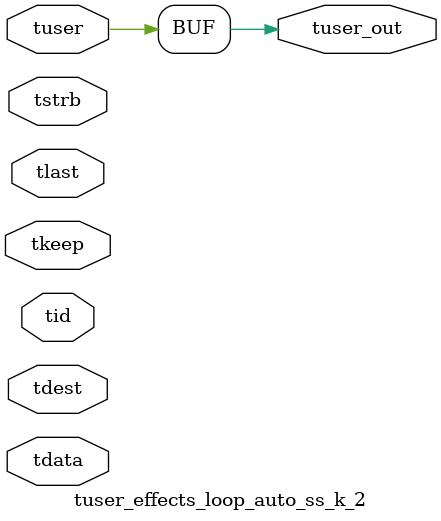
<source format=v>


`timescale 1ps/1ps

module tuser_effects_loop_auto_ss_k_2 #
(
parameter C_S_AXIS_TUSER_WIDTH = 1,
parameter C_S_AXIS_TDATA_WIDTH = 32,
parameter C_S_AXIS_TID_WIDTH   = 0,
parameter C_S_AXIS_TDEST_WIDTH = 0,
parameter C_M_AXIS_TUSER_WIDTH = 1
)
(
input  [(C_S_AXIS_TUSER_WIDTH == 0 ? 1 : C_S_AXIS_TUSER_WIDTH)-1:0     ] tuser,
input  [(C_S_AXIS_TDATA_WIDTH == 0 ? 1 : C_S_AXIS_TDATA_WIDTH)-1:0     ] tdata,
input  [(C_S_AXIS_TID_WIDTH   == 0 ? 1 : C_S_AXIS_TID_WIDTH)-1:0       ] tid,
input  [(C_S_AXIS_TDEST_WIDTH == 0 ? 1 : C_S_AXIS_TDEST_WIDTH)-1:0     ] tdest,
input  [(C_S_AXIS_TDATA_WIDTH/8)-1:0 ] tkeep,
input  [(C_S_AXIS_TDATA_WIDTH/8)-1:0 ] tstrb,
input                                                                    tlast,
output [C_M_AXIS_TUSER_WIDTH-1:0] tuser_out
);

assign tuser_out = {tuser[15:0]};

endmodule


</source>
